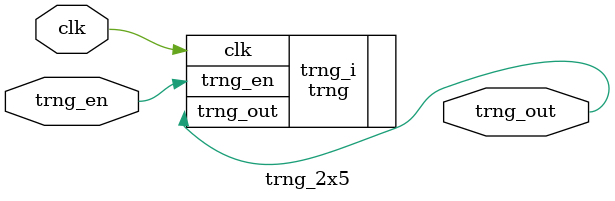
<source format=sv>


`default_nettype none

module trng_2x5 (
    input  clk,     // Sampling clock
    input  trng_en, // Enable all ring oscillators
    output trng_out // Output of the trng
);

    localparam NUM_OSCILLATORS = 2;
    localparam NUM_INVERTER = 5;

    trng #(
        .NUM_INVERTER       (NUM_INVERTER),
        .NUM_OSCILLATORS    (NUM_OSCILLATORS)
    ) trng_i (
        .clk        (clk),
        .trng_en    (trng_en),
        .trng_out   (trng_out)
    );

endmodule

</source>
